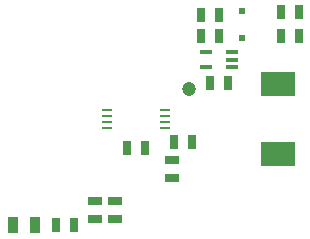
<source format=gbr>
G04 #@! TF.GenerationSoftware,KiCad,Pcbnew,5.0.2*
G04 #@! TF.CreationDate,2020-09-10T14:17:03+02:00*
G04 #@! TF.ProjectId,pmod-ct,706d6f64-2d63-4742-9e6b-696361645f70,1*
G04 #@! TF.SameCoordinates,Original*
G04 #@! TF.FileFunction,Paste,Top*
G04 #@! TF.FilePolarity,Positive*
%FSLAX46Y46*%
G04 Gerber Fmt 4.6, Leading zero omitted, Abs format (unit mm)*
G04 Created by KiCad (PCBNEW 5.0.2) date jeu. 10 sept. 2020 14:17:03 CEST*
%MOMM*%
%LPD*%
G01*
G04 APERTURE LIST*
%ADD10R,3.000000X2.000000*%
%ADD11R,0.599440X0.599440*%
%ADD12R,0.635000X1.143000*%
%ADD13R,1.000000X0.400000*%
%ADD14R,0.889000X1.397000*%
%ADD15R,1.143000X0.635000*%
%ADD16R,0.930000X0.230000*%
%ADD17C,1.198880*%
G04 APERTURE END LIST*
D10*
G04 #@! TO.C,R1*
X154000000Y-107950000D03*
X154000000Y-102050000D03*
G04 #@! TD*
D11*
G04 #@! TO.C,D1*
X151000000Y-95849380D03*
X151000000Y-98150620D03*
G04 #@! TD*
D12*
G04 #@! TO.C,R2*
X155762000Y-98010000D03*
X154238000Y-98010000D03*
G04 #@! TD*
D13*
G04 #@! TO.C,U2*
X147900000Y-100650000D03*
X147900000Y-99350000D03*
X150100000Y-99350000D03*
X150100000Y-100000000D03*
X150100000Y-100650000D03*
G04 #@! TD*
D14*
G04 #@! TO.C,C1*
X133452500Y-114000000D03*
X131547500Y-114000000D03*
G04 #@! TD*
D15*
G04 #@! TO.C,C2*
X138500000Y-113512000D03*
X138500000Y-111988000D03*
G04 #@! TD*
G04 #@! TO.C,C3*
X140250000Y-111988000D03*
X140250000Y-113512000D03*
G04 #@! TD*
D12*
G04 #@! TO.C,C4*
X142762000Y-107500000D03*
X141238000Y-107500000D03*
G04 #@! TD*
G04 #@! TO.C,C5*
X148238000Y-102000000D03*
X149762000Y-102000000D03*
G04 #@! TD*
G04 #@! TO.C,L1*
X135238000Y-114000000D03*
X136762000Y-114000000D03*
G04 #@! TD*
G04 #@! TO.C,R3*
X155762000Y-96000000D03*
X154238000Y-96000000D03*
G04 #@! TD*
G04 #@! TO.C,R4*
X147488000Y-98000000D03*
X149012000Y-98000000D03*
G04 #@! TD*
G04 #@! TO.C,R5*
X149012000Y-96250000D03*
X147488000Y-96250000D03*
G04 #@! TD*
D16*
G04 #@! TO.C,U1*
X144450000Y-105750000D03*
X144450000Y-105250000D03*
X144450000Y-104750000D03*
X144450000Y-104250000D03*
X139550000Y-104250000D03*
X139550000Y-104750000D03*
X139550000Y-105250000D03*
X139550000Y-105750000D03*
G04 #@! TD*
D12*
G04 #@! TO.C,C6*
X146762000Y-107000000D03*
X145238000Y-107000000D03*
G04 #@! TD*
D15*
G04 #@! TO.C,L2*
X145000000Y-110012000D03*
X145000000Y-108488000D03*
G04 #@! TD*
D17*
G04 #@! TO.C,TP2*
X146500000Y-102500000D03*
G04 #@! TD*
M02*

</source>
